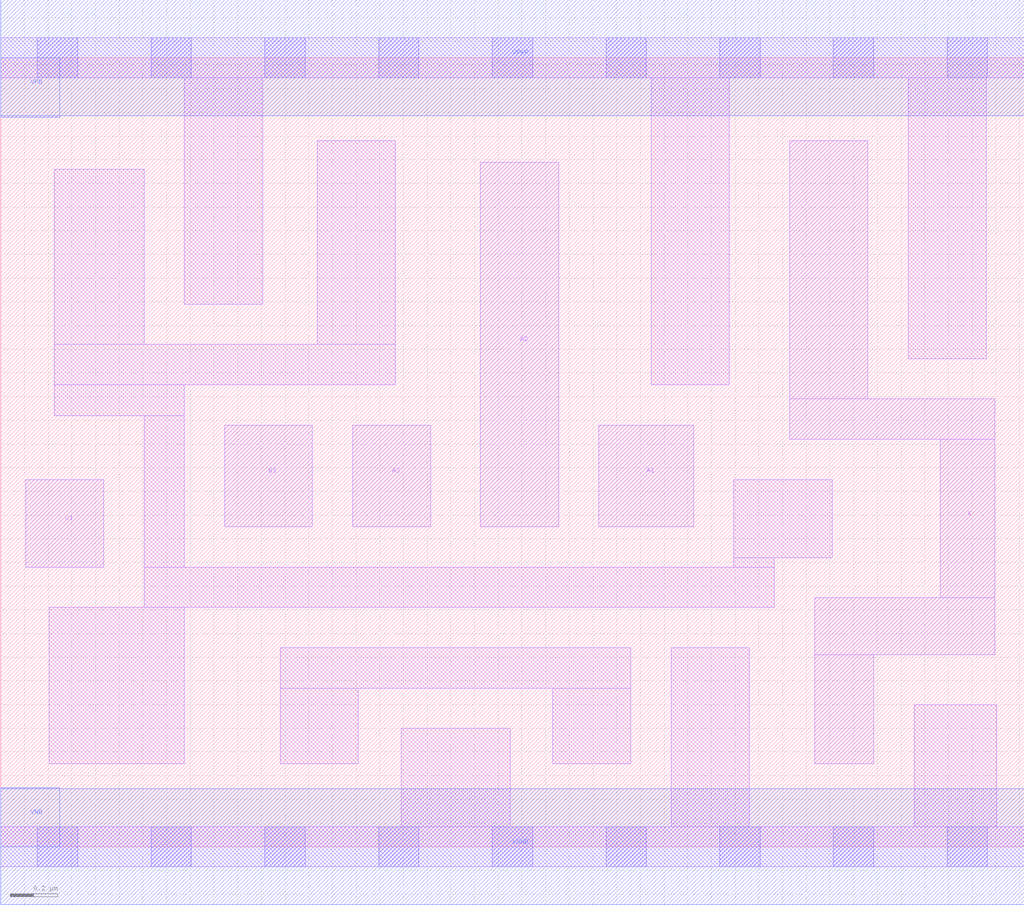
<source format=lef>
# Copyright 2020 The SkyWater PDK Authors
#
# Licensed under the Apache License, Version 2.0 (the "License");
# you may not use this file except in compliance with the License.
# You may obtain a copy of the License at
#
#     https://www.apache.org/licenses/LICENSE-2.0
#
# Unless required by applicable law or agreed to in writing, software
# distributed under the License is distributed on an "AS IS" BASIS,
# WITHOUT WARRANTIES OR CONDITIONS OF ANY KIND, either express or implied.
# See the License for the specific language governing permissions and
# limitations under the License.
#
# SPDX-License-Identifier: Apache-2.0

VERSION 5.5 ;
NAMESCASESENSITIVE ON ;
BUSBITCHARS "[]" ;
DIVIDERCHAR "/" ;
MACRO sky130_fd_sc_ms__o311a_2
  CLASS CORE ;
  SOURCE USER ;
  ORIGIN  0.000000  0.000000 ;
  SIZE  4.320000 BY  3.330000 ;
  SYMMETRY X Y ;
  SITE unit ;
  PIN A1
    ANTENNAGATEAREA  0.279000 ;
    DIRECTION INPUT ;
    USE SIGNAL ;
    PORT
      LAYER li1 ;
        RECT 2.525000 1.350000 2.925000 1.780000 ;
    END
  END A1
  PIN A2
    ANTENNAGATEAREA  0.279000 ;
    DIRECTION INPUT ;
    USE SIGNAL ;
    PORT
      LAYER li1 ;
        RECT 2.025000 1.350000 2.355000 2.890000 ;
    END
  END A2
  PIN A3
    ANTENNAGATEAREA  0.279000 ;
    DIRECTION INPUT ;
    USE SIGNAL ;
    PORT
      LAYER li1 ;
        RECT 1.485000 1.350000 1.815000 1.780000 ;
    END
  END A3
  PIN B1
    ANTENNAGATEAREA  0.261000 ;
    DIRECTION INPUT ;
    USE SIGNAL ;
    PORT
      LAYER li1 ;
        RECT 0.945000 1.350000 1.315000 1.780000 ;
    END
  END B1
  PIN C1
    ANTENNAGATEAREA  0.261000 ;
    DIRECTION INPUT ;
    USE SIGNAL ;
    PORT
      LAYER li1 ;
        RECT 0.105000 1.180000 0.435000 1.550000 ;
    END
  END C1
  PIN X
    ANTENNADIFFAREA  0.543200 ;
    DIRECTION OUTPUT ;
    USE SIGNAL ;
    PORT
      LAYER li1 ;
        RECT 3.330000 1.720000 4.195000 1.890000 ;
        RECT 3.330000 1.890000 3.660000 2.980000 ;
        RECT 3.435000 0.350000 3.685000 0.810000 ;
        RECT 3.435000 0.810000 4.195000 1.050000 ;
        RECT 3.965000 1.050000 4.195000 1.720000 ;
    END
  END X
  PIN VGND
    DIRECTION INOUT ;
    USE GROUND ;
    PORT
      LAYER met1 ;
        RECT 0.000000 -0.245000 4.320000 0.245000 ;
    END
  END VGND
  PIN VNB
    DIRECTION INOUT ;
    USE GROUND ;
    PORT
      LAYER met1 ;
        RECT 0.000000 0.000000 0.250000 0.250000 ;
    END
  END VNB
  PIN VPB
    DIRECTION INOUT ;
    USE POWER ;
    PORT
      LAYER met1 ;
        RECT 0.000000 3.080000 0.250000 3.330000 ;
    END
  END VPB
  PIN VPWR
    DIRECTION INOUT ;
    USE POWER ;
    PORT
      LAYER met1 ;
        RECT 0.000000 3.085000 4.320000 3.575000 ;
    END
  END VPWR
  OBS
    LAYER li1 ;
      RECT 0.000000 -0.085000 4.320000 0.085000 ;
      RECT 0.000000  3.245000 4.320000 3.415000 ;
      RECT 0.205000  0.350000 0.775000 1.010000 ;
      RECT 0.225000  1.820000 0.775000 1.950000 ;
      RECT 0.225000  1.950000 1.665000 2.120000 ;
      RECT 0.225000  2.120000 0.605000 2.860000 ;
      RECT 0.605000  1.010000 3.265000 1.180000 ;
      RECT 0.605000  1.180000 0.775000 1.820000 ;
      RECT 0.775000  2.290000 1.105000 3.245000 ;
      RECT 1.180000  0.350000 1.510000 0.670000 ;
      RECT 1.180000  0.670000 2.660000 0.840000 ;
      RECT 1.335000  2.120000 1.665000 2.980000 ;
      RECT 1.690000  0.085000 2.150000 0.500000 ;
      RECT 2.330000  0.350000 2.660000 0.670000 ;
      RECT 2.745000  1.950000 3.075000 3.245000 ;
      RECT 2.830000  0.085000 3.160000 0.840000 ;
      RECT 3.095000  1.180000 3.265000 1.220000 ;
      RECT 3.095000  1.220000 3.510000 1.550000 ;
      RECT 3.830000  2.060000 4.160000 3.245000 ;
      RECT 3.855000  0.085000 4.205000 0.600000 ;
    LAYER mcon ;
      RECT 0.155000 -0.085000 0.325000 0.085000 ;
      RECT 0.155000  3.245000 0.325000 3.415000 ;
      RECT 0.635000 -0.085000 0.805000 0.085000 ;
      RECT 0.635000  3.245000 0.805000 3.415000 ;
      RECT 1.115000 -0.085000 1.285000 0.085000 ;
      RECT 1.115000  3.245000 1.285000 3.415000 ;
      RECT 1.595000 -0.085000 1.765000 0.085000 ;
      RECT 1.595000  3.245000 1.765000 3.415000 ;
      RECT 2.075000 -0.085000 2.245000 0.085000 ;
      RECT 2.075000  3.245000 2.245000 3.415000 ;
      RECT 2.555000 -0.085000 2.725000 0.085000 ;
      RECT 2.555000  3.245000 2.725000 3.415000 ;
      RECT 3.035000 -0.085000 3.205000 0.085000 ;
      RECT 3.035000  3.245000 3.205000 3.415000 ;
      RECT 3.515000 -0.085000 3.685000 0.085000 ;
      RECT 3.515000  3.245000 3.685000 3.415000 ;
      RECT 3.995000 -0.085000 4.165000 0.085000 ;
      RECT 3.995000  3.245000 4.165000 3.415000 ;
  END
END sky130_fd_sc_ms__o311a_2

</source>
